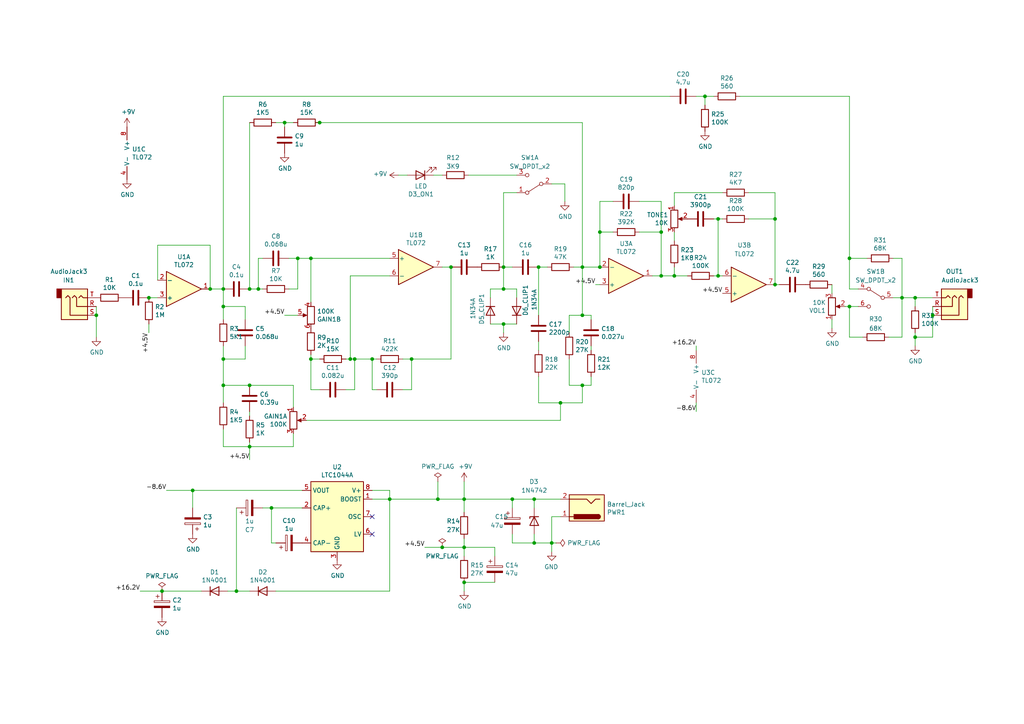
<source format=kicad_sch>
(kicad_sch (version 20211123) (generator eeschema)
  (paper "A4")
  (lib_symbols
    (symbol "Amplifier_Operational:TL072" (pin_names (offset 0.127))
      (property "Reference" "U" (at 0 5.08 0))
      (property "Value" "TL072" (at 0 -5.08 0))
      (symbol "TL072_1_1"
        (polyline (pts (xy -5.08 5.08) (xy 5.08 0) (xy -5.08 -5.08) (xy -5.08 5.08)) (stroke (width 0.254)) (fill (type background)))
        (pin output line (at 7.62 0 180) (length 2.54) (name "~") (number "1"))
        (pin input line (at -7.62 -2.54 0) (length 2.54) (name "-") (number "2"))
        (pin input line (at -7.62 2.54 0) (length 2.54) (name "+") (number "3"))
      )
      (symbol "TL072_2_1"
        (polyline (pts (xy -5.08 5.08) (xy 5.08 0) (xy -5.08 -5.08) (xy -5.08 5.08)) (stroke (width 0.254)) (fill (type background)))
        (pin input line (at -7.62 2.54 0) (length 2.54) (name "+") (number "5"))
        (pin input line (at -7.62 -2.54 0) (length 2.54) (name "-") (number "6"))
        (pin output line (at 7.62 0 180) (length 2.54) (name "~") (number "7"))
      )
      (symbol "TL072_3_1"
        (pin power_in line (at -2.54 -7.62 90) (length 3.81) (name "V-") (number "4"))
        (pin power_in line (at -2.54 7.62 270) (length 3.81) (name "V+") (number "8"))
      )
    )
    (symbol "Connector:AudioJack3"
      (property "Reference" "J" (at 0 8.89 0))
      (property "Value" "AudioJack3" (at 0 6.35 0))
      (symbol "AudioJack3_0_1"
        (rectangle (start -5.08 -5.08) (end -6.35 -2.54) (stroke (width 0.254)) (fill (type outline)))
        (polyline (pts (xy 0 -2.54) (xy 0.635 -3.175) (xy 1.27 -2.54) (xy 2.54 -2.54)) (stroke (width 0.254)))
        (polyline (pts (xy -1.905 -2.54) (xy -1.27 -3.175) (xy -0.635 -2.54) (xy -0.635 0) (xy 2.54 0)) (stroke (width 0.254)))
        (polyline (pts (xy 2.54 2.54) (xy -2.54 2.54) (xy -2.54 -2.54) (xy -3.175 -3.175) (xy -3.81 -2.54)) (stroke (width 0.254)))
        (rectangle (start 2.54 3.81) (end -5.08 -5.08) (stroke (width 0.254)) (fill (type background)))
      )
      (symbol "AudioJack3_1_1"
        (pin passive line (at 5.08 0 180) (length 2.54) (name "~") (number "R"))
        (pin passive line (at 5.08 2.54 180) (length 2.54) (name "~") (number "S"))
        (pin passive line (at 5.08 -2.54 180) (length 2.54) (name "~") (number "T"))
      )
    )
    (symbol "Connector:Barrel_Jack" (pin_names (offset 1.016))
      (property "Reference" "J" (at 0 5.334 0))
      (property "Value" "Barrel_Jack" (at 0 -5.08 0))
      (symbol "Barrel_Jack_0_1"
        (rectangle (start -5.08 3.81) (end 5.08 -3.81) (stroke (width 0.254)) (fill (type background)))
        (arc (start -3.302 3.175) (mid -3.937 2.54) (end -3.302 1.905) (stroke (width 0.254)))
        (arc (start -3.302 3.175) (mid -3.937 2.54) (end -3.302 1.905) (stroke (width 0.254)) (fill (type outline)))
        (polyline (pts (xy 5.08 2.54) (xy 3.81 2.54)) (stroke (width 0.254)))
        (polyline (pts (xy -3.81 -2.54) (xy -2.54 -2.54) (xy -1.27 -1.27) (xy 0 -2.54) (xy 2.54 -2.54) (xy 5.08 -2.54)) (stroke (width 0.254)))
        (rectangle (start 3.683 3.175) (end -3.302 1.905) (stroke (width 0.254)) (fill (type outline)))
      )
      (symbol "Barrel_Jack_1_1"
        (pin passive line (at 7.62 2.54 180) (length 2.54) (name "~") (number "1"))
        (pin passive line (at 7.62 -2.54 180) (length 2.54) (name "~") (number "2"))
      )
    )
    (symbol "Device:C" (pin_numbers hide) (pin_names (offset 0.254))
      (property "Reference" "C" (at 0.635 2.54 0))
      (property "Value" "C" (at 0.635 -2.54 0))
      (symbol "C_0_1"
        (polyline (pts (xy -2.032 -0.762) (xy 2.032 -0.762)) (stroke (width 0.508)))
        (polyline (pts (xy -2.032 0.762) (xy 2.032 0.762)) (stroke (width 0.508)))
      )
      (symbol "C_1_1"
        (pin passive line (at 0 3.81 270) (length 2.794) (name "~") (number "1"))
        (pin passive line (at 0 -3.81 90) (length 2.794) (name "~") (number "2"))
      )
    )
    (symbol "Device:D" (pin_numbers hide) (pin_names (offset 1.016) hide)
      (property "Reference" "D" (at 0 2.54 0))
      (property "Value" "D" (at 0 -2.54 0))
      (symbol "D_0_1"
        (polyline (pts (xy -1.27 1.27) (xy -1.27 -1.27)) (stroke (width 0.254)))
        (polyline (pts (xy 1.27 0) (xy -1.27 0)))
        (polyline (pts (xy 1.27 1.27) (xy 1.27 -1.27) (xy -1.27 0) (xy 1.27 1.27)) (stroke (width 0.254)))
      )
      (symbol "D_1_1"
        (pin passive line (at -3.81 0 0) (length 2.54) (name "K") (number "1"))
        (pin passive line (at 3.81 0 180) (length 2.54) (name "A") (number "2"))
      )
    )
    (symbol "Device:D_Zener" (pin_numbers hide) (pin_names (offset 1.016) hide)
      (property "Reference" "D" (at 0 2.54 0))
      (property "Value" "D_Zener" (at 0 -2.54 0))
      (symbol "D_Zener_0_1"
        (polyline (pts (xy 1.27 0) (xy -1.27 0)))
        (polyline (pts (xy -1.27 -1.27) (xy -1.27 1.27) (xy -0.762 1.27)) (stroke (width 0.254)))
        (polyline (pts (xy 1.27 -1.27) (xy 1.27 1.27) (xy -1.27 0) (xy 1.27 -1.27)) (stroke (width 0.254)))
      )
      (symbol "D_Zener_1_1"
        (pin passive line (at -3.81 0 0) (length 2.54) (name "K") (number "1"))
        (pin passive line (at 3.81 0 180) (length 2.54) (name "A") (number "2"))
      )
    )
    (symbol "Device:LED" (pin_numbers hide) (pin_names (offset 1.016) hide)
      (property "Reference" "D" (at 0 2.54 0))
      (property "Value" "LED" (at 0 -2.54 0))
      (symbol "LED_0_1"
        (polyline (pts (xy -1.27 -1.27) (xy -1.27 1.27)) (stroke (width 0.254)))
        (polyline (pts (xy -1.27 0) (xy 1.27 0)))
        (polyline (pts (xy 1.27 -1.27) (xy 1.27 1.27) (xy -1.27 0) (xy 1.27 -1.27)) (stroke (width 0.254)))
        (polyline (pts (xy -3.048 -0.762) (xy -4.572 -2.286) (xy -3.81 -2.286) (xy -4.572 -2.286) (xy -4.572 -1.524)))
        (polyline (pts (xy -1.778 -0.762) (xy -3.302 -2.286) (xy -2.54 -2.286) (xy -3.302 -2.286) (xy -3.302 -1.524)))
      )
      (symbol "LED_1_1"
        (pin passive line (at -3.81 0 0) (length 2.54) (name "K") (number "1"))
        (pin passive line (at 3.81 0 180) (length 2.54) (name "A") (number "2"))
      )
    )
    (symbol "Device:R" (pin_numbers hide) (pin_names (offset 0))
      (property "Reference" "R" (at 2.032 0 90))
      (property "Value" "R" (at 0 0 90))
      (symbol "R_0_1"
        (rectangle (start -1.016 -2.54) (end 1.016 2.54) (stroke (width 0.254)))
      )
      (symbol "R_1_1"
        (pin passive line (at 0 3.81 270) (length 1.27) (name "~") (number "1"))
        (pin passive line (at 0 -3.81 90) (length 1.27) (name "~") (number "2"))
      )
    )
    (symbol "Regulator_SwitchedCapacitor:LTC1044"
      (property "Reference" "U" (at -6.35 11.43 0))
      (property "Value" "LTC1044" (at 3.81 11.43 0))
      (symbol "LTC1044_0_1"
        (rectangle (start -7.62 10.16) (end 7.62 -10.16) (stroke (width 0.254)) (fill (type background)))
      )
      (symbol "LTC1044_1_1"
        (pin input line (at -10.16 5.08 0) (length 2.54) (name "BOOST") (number "1"))
        (pin input line (at 10.16 2.54 180) (length 2.54) (name "CAP+") (number "2"))
        (pin power_in line (at 0 -12.7 90) (length 2.54) (name "GND") (number "3"))
        (pin input line (at 10.16 -7.62 180) (length 2.54) (name "CAP-") (number "4"))
        (pin power_out line (at 10.16 7.62 180) (length 2.54) (name "VOUT") (number "5"))
        (pin input line (at -10.16 -5.08 0) (length 2.54) (name "LV") (number "6"))
        (pin input line (at -10.16 0 0) (length 2.54) (name "OSC") (number "7"))
        (pin power_in line (at -10.16 7.62 0) (length 2.54) (name "V+") (number "8"))
      )
    )
    (symbol "Switch:SW_DPDT_x2" (pin_names (offset 0) hide)
      (property "Reference" "SW" (at 0 4.318 0))
      (property "Value" "SW_DPDT_x2" (at 0 -5.08 0))
      (symbol "SW_DPDT_x2_0_0"
        (circle (center -2.032 0) (radius 0.508))
        (circle (center 2.032 -2.54) (radius 0.508))
      )
      (symbol "SW_DPDT_x2_0_1"
        (polyline (pts (xy -1.524 0.254) (xy 1.651 2.286)))
        (circle (center 2.032 2.54) (radius 0.508))
      )
      (symbol "SW_DPDT_x2_1_1"
        (pin passive line (at 5.08 2.54 180) (length 2.54) (name "A") (number "1"))
        (pin passive line (at -5.08 0 0) (length 2.54) (name "B") (number "2"))
        (pin passive line (at 5.08 -2.54 180) (length 2.54) (name "C") (number "3"))
      )
      (symbol "SW_DPDT_x2_2_1"
        (pin passive line (at 5.08 2.54 180) (length 2.54) (name "A") (number "4"))
        (pin passive line (at -5.08 0 0) (length 2.54) (name "B") (number "5"))
        (pin passive line (at 5.08 -2.54 180) (length 2.54) (name "C") (number "6"))
      )
    )
    (symbol "klon-rescue:CP-Device" (pin_numbers hide) (pin_names (offset 0.254))
      (property "Reference" "C" (at 0.635 2.54 0))
      (property "Value" "CP-Device" (at 0.635 -2.54 0))
      (symbol "CP-Device_0_1"
        (rectangle (start -2.286 0.508) (end 2.286 1.016))
        (polyline (pts (xy -1.778 2.286) (xy -0.762 2.286)))
        (polyline (pts (xy -1.27 2.794) (xy -1.27 1.778)))
        (rectangle (start 2.286 -0.508) (end -2.286 -1.016) (fill (type outline)))
      )
      (symbol "CP-Device_1_1"
        (pin passive line (at 0 3.81 270) (length 2.794) (name "~") (number "1"))
        (pin passive line (at 0 -3.81 90) (length 2.794) (name "~") (number "2"))
      )
    )
    (symbol "klon-rescue:R_POT-Device" (pin_names (offset 1.016) hide)
      (property "Reference" "RV" (at -4.445 0 90))
      (property "Value" "R_POT-Device" (at -2.54 0 90))
      (symbol "R_POT-Device_0_1"
        (polyline (pts (xy 2.54 0) (xy 1.524 0)))
        (polyline (pts (xy 1.143 0) (xy 2.286 0.508) (xy 2.286 -0.508) (xy 1.143 0)) (fill (type outline)))
        (rectangle (start 1.016 2.54) (end -1.016 -2.54) (stroke (width 0.254)))
      )
      (symbol "R_POT-Device_1_1"
        (pin passive line (at 0 3.81 270) (length 1.27) (name "1") (number "1"))
        (pin passive line (at 3.81 0 180) (length 1.27) (name "2") (number "2"))
        (pin passive line (at 0 -3.81 90) (length 1.27) (name "3") (number "3"))
      )
    )
    (symbol "klon-rescue:R_POT_Dual_Separate-Device" (pin_names (offset 1.016) hide)
      (property "Reference" "RV" (at -4.445 0 90))
      (property "Value" "R_POT_Dual_Separate-Device" (at -2.54 0 90))
      (symbol "R_POT_Dual_Separate-Device_0_1"
        (polyline (pts (xy 2.54 0) (xy 1.524 0)))
        (polyline (pts (xy 1.143 0) (xy 2.286 0.508) (xy 2.286 -0.508) (xy 1.143 0)) (fill (type outline)))
        (rectangle (start 1.016 2.54) (end -1.016 -2.54) (stroke (width 0.254)))
      )
      (symbol "R_POT_Dual_Separate-Device_1_1"
        (pin passive line (at 0 3.81 270) (length 1.27) (name "1") (number "1"))
        (pin passive line (at 3.81 0 180) (length 1.27) (name "2") (number "2"))
        (pin passive line (at 0 -3.81 90) (length 1.27) (name "3") (number "3"))
      )
      (symbol "R_POT_Dual_Separate-Device_2_1"
        (pin passive line (at 0 3.81 270) (length 1.27) (name "4") (number "4"))
        (pin passive line (at 3.81 0 180) (length 1.27) (name "5") (number "5"))
        (pin passive line (at 0 -3.81 90) (length 1.27) (name "6") (number "6"))
      )
    )
    (symbol "power:+9V" (power) (pin_names (offset 0))
      (property "Value" "+9V" (at 0 3.556 0))
      (symbol "+9V_0_1"
        (polyline (pts (xy -0.762 1.27) (xy 0 2.54)))
        (polyline (pts (xy 0 0) (xy 0 2.54)))
        (polyline (pts (xy 0 2.54) (xy 0.762 1.27)))
      )
      (symbol "+9V_1_1"
        (pin power_in line (at 0 0 90) (length 0) hide (name "+9V") (number "1"))
      )
    )
    (symbol "power:GND" (power) (pin_names (offset 0))
      (property "Value" "GND" (at 0 -3.81 0))
      (symbol "GND_0_1"
        (polyline (pts (xy 0 0) (xy 0 -1.27) (xy 1.27 -1.27) (xy 0 -2.54) (xy -1.27 -1.27) (xy 0 -1.27)))
      )
      (symbol "GND_1_1"
        (pin power_in line (at 0 0 270) (length 0) hide (name "GND") (number "1"))
      )
    )
    (symbol "power:PWR_FLAG" (power) (pin_numbers hide) (pin_names (offset 0) hide)
      (property "Value" "PWR_FLAG" (at 0 3.81 0))
      (symbol "PWR_FLAG_0_0"
        (pin power_out line (at 0 0 90) (length 0) (name "pwr") (number "1"))
      )
      (symbol "PWR_FLAG_0_1"
        (polyline (pts (xy 0 0) (xy 0 1.27) (xy -1.016 1.905) (xy 0 2.54) (xy 1.016 1.905) (xy 0 1.27)))
      )
    )
  )
  (junction (at 130.81 77.47))
  (junction (at 208.28 80.01))
  (junction (at 127 144.78))
  (junction (at 154.94 157.48))
  (junction (at 72.39 129.54))
  (junction (at 270.51 91.44))
  (junction (at 68.58 171.45))
  (junction (at 246.38 74.93))
  (junction (at 64.77 88.9))
  (junction (at 195.58 80.01))
  (junction (at 208.28 63.5))
  (junction (at 128.27 158.75))
  (junction (at 146.05 77.47))
  (junction (at 43.18 86.36))
  (junction (at 224.79 63.5))
  (junction (at 191.77 80.01))
  (junction (at 191.77 67.31))
  (junction (at 113.03 144.78))
  (junction (at 27.94 91.44))
  (junction (at 173.99 77.47))
  (junction (at 134.62 144.78))
  (junction (at 160.02 157.48))
  (junction (at 64.77 83.82))
  (junction (at 246.38 88.9))
  (junction (at 146.05 93.98))
  (junction (at 86.36 74.93))
  (junction (at 134.62 158.75))
  (junction (at 168.91 111.76))
  (junction (at 64.77 104.14))
  (junction (at 261.62 86.36))
  (junction (at 64.77 111.76))
  (junction (at 204.47 27.94))
  (junction (at 265.43 97.79))
  (junction (at 173.99 67.31))
  (junction (at 265.43 86.36))
  (junction (at 146.05 83.82))
  (junction (at 78.74 147.32))
  (junction (at 119.38 104.14))
  (junction (at 72.39 83.82))
  (junction (at 82.55 35.56))
  (junction (at 72.39 111.76))
  (junction (at 168.91 91.44))
  (junction (at 168.91 77.47))
  (junction (at 46.99 171.45))
  (junction (at 134.62 168.91))
  (junction (at 55.88 142.24))
  (junction (at 148.59 144.78))
  (junction (at 60.96 83.82))
  (junction (at 224.79 82.55))
  (junction (at 92.71 35.56))
  (junction (at 156.21 77.47))
  (junction (at 74.93 83.82))
  (junction (at 90.17 74.93))
  (junction (at 102.87 104.14))
  (junction (at 101.6 104.14))
  (junction (at 162.56 116.84))
  (junction (at 90.17 104.14))
  (junction (at 107.95 104.14))
  (junction (at 154.94 144.78))
  (no_connect (at 107.95 154.94))
  (no_connect (at 107.95 149.86))
  (wire (pts (xy 265.43 86.36) (xy 265.43 88.9)))
  (wire (pts (xy 72.39 83.82) (xy 74.93 83.82)))
  (wire (pts (xy 148.59 77.47) (xy 146.05 77.47)))
  (wire (pts (xy 168.91 116.84) (xy 168.91 111.76)))
  (wire (pts (xy 246.38 83.82) (xy 248.92 83.82)))
  (wire (pts (xy 45.72 71.12) (xy 60.96 71.12)))
  (wire (pts (xy 100.33 104.14) (xy 101.6 104.14)))
  (wire (pts (xy 64.77 88.9) (xy 71.12 88.9)))
  (wire (pts (xy 146.05 83.82) (xy 146.05 77.47)))
  (wire (pts (xy 83.82 83.82) (xy 86.36 83.82)))
  (wire (pts (xy 64.77 92.71) (xy 64.77 88.9)))
  (wire (pts (xy 149.86 83.82) (xy 149.86 86.36)))
  (wire (pts (xy 134.62 144.78) (xy 148.59 144.78)))
  (wire (pts (xy 165.1 96.52) (xy 165.1 91.44)))
  (wire (pts (xy 246.38 27.94) (xy 214.63 27.94)))
  (wire (pts (xy 86.36 83.82) (xy 86.36 74.93)))
  (wire (pts (xy 165.1 111.76) (xy 168.91 111.76)))
  (wire (pts (xy 134.62 139.7) (xy 134.62 144.78)))
  (wire (pts (xy 82.55 35.56) (xy 82.55 36.83)))
  (wire (pts (xy 148.59 144.78) (xy 148.59 147.32)))
  (wire (pts (xy 90.17 104.14) (xy 92.71 104.14)))
  (wire (pts (xy 173.99 77.47) (xy 173.99 67.31)))
  (wire (pts (xy 156.21 101.6) (xy 156.21 99.06)))
  (wire (pts (xy 162.56 116.84) (xy 162.56 121.92)))
  (wire (pts (xy 162.56 116.84) (xy 168.91 116.84)))
  (wire (pts (xy 251.46 74.93) (xy 246.38 74.93)))
  (wire (pts (xy 107.95 144.78) (xy 113.03 144.78)))
  (wire (pts (xy 173.99 77.47) (xy 168.91 77.47)))
  (wire (pts (xy 217.17 55.88) (xy 224.79 55.88)))
  (wire (pts (xy 71.12 88.9) (xy 71.12 92.71)))
  (wire (pts (xy 201.93 119.38) (xy 201.93 116.84)))
  (wire (pts (xy 208.28 80.01) (xy 207.01 80.01)))
  (wire (pts (xy 107.95 113.03) (xy 107.95 104.14)))
  (wire (pts (xy 194.31 27.94) (xy 64.77 27.94)))
  (wire (pts (xy 154.94 154.94) (xy 154.94 157.48)))
  (wire (pts (xy 204.47 27.94) (xy 207.01 27.94)))
  (wire (pts (xy 123.19 158.75) (xy 128.27 158.75)))
  (wire (pts (xy 226.06 82.55) (xy 224.79 82.55)))
  (wire (pts (xy 82.55 35.56) (xy 85.09 35.56)))
  (wire (pts (xy 128.27 50.8) (xy 125.73 50.8)))
  (wire (pts (xy 64.77 124.46) (xy 64.77 129.54)))
  (wire (pts (xy 72.39 129.54) (xy 72.39 128.27)))
  (wire (pts (xy 191.77 80.01) (xy 195.58 80.01)))
  (wire (pts (xy 64.77 83.82) (xy 64.77 88.9)))
  (wire (pts (xy 86.36 74.93) (xy 83.82 74.93)))
  (wire (pts (xy 261.62 74.93) (xy 259.08 74.93)))
  (wire (pts (xy 207.01 63.5) (xy 208.28 63.5)))
  (wire (pts (xy 64.77 111.76) (xy 64.77 116.84)))
  (wire (pts (xy 241.3 85.09) (xy 241.3 82.55)))
  (wire (pts (xy 109.22 104.14) (xy 107.95 104.14)))
  (wire (pts (xy 156.21 77.47) (xy 156.21 91.44)))
  (wire (pts (xy 195.58 69.85) (xy 195.58 67.31)))
  (wire (pts (xy 246.38 88.9) (xy 245.11 88.9)))
  (wire (pts (xy 43.18 86.36) (xy 45.72 86.36)))
  (wire (pts (xy 113.03 144.78) (xy 127 144.78)))
  (wire (pts (xy 195.58 55.88) (xy 209.55 55.88)))
  (wire (pts (xy 265.43 96.52) (xy 265.43 97.79)))
  (wire (pts (xy 191.77 80.01) (xy 189.23 80.01)))
  (wire (pts (xy 48.26 142.24) (xy 55.88 142.24)))
  (wire (pts (xy 116.84 104.14) (xy 119.38 104.14)))
  (wire (pts (xy 142.24 86.36) (xy 142.24 83.82)))
  (wire (pts (xy 168.91 77.47) (xy 168.91 91.44)))
  (wire (pts (xy 154.94 144.78) (xy 148.59 144.78)))
  (wire (pts (xy 160.02 149.86) (xy 162.56 149.86)))
  (wire (pts (xy 165.1 91.44) (xy 168.91 91.44)))
  (wire (pts (xy 143.51 168.91) (xy 134.62 168.91)))
  (wire (pts (xy 119.38 113.03) (xy 116.84 113.03)))
  (wire (pts (xy 101.6 80.01) (xy 113.03 80.01)))
  (wire (pts (xy 146.05 96.52) (xy 146.05 93.98)))
  (wire (pts (xy 60.96 83.82) (xy 64.77 83.82)))
  (wire (pts (xy 148.59 154.94) (xy 148.59 157.48)))
  (wire (pts (xy 130.81 77.47) (xy 130.81 104.14)))
  (wire (pts (xy 201.93 100.33) (xy 201.93 101.6)))
  (wire (pts (xy 160.02 157.48) (xy 160.02 149.86)))
  (wire (pts (xy 90.17 113.03) (xy 92.71 113.03)))
  (wire (pts (xy 109.22 113.03) (xy 107.95 113.03)))
  (wire (pts (xy 128.27 158.75) (xy 134.62 158.75)))
  (wire (pts (xy 102.87 104.14) (xy 102.87 113.03)))
  (wire (pts (xy 68.58 171.45) (xy 72.39 171.45)))
  (wire (pts (xy 208.28 63.5) (xy 208.28 80.01)))
  (wire (pts (xy 27.94 91.44) (xy 27.94 88.9)))
  (wire (pts (xy 76.2 147.32) (xy 78.74 147.32)))
  (wire (pts (xy 134.62 171.45) (xy 134.62 168.91)))
  (wire (pts (xy 68.58 147.32) (xy 68.58 171.45)))
  (wire (pts (xy 92.71 35.56) (xy 168.91 35.56)))
  (wire (pts (xy 134.62 148.59) (xy 134.62 144.78)))
  (wire (pts (xy 64.77 104.14) (xy 64.77 111.76)))
  (wire (pts (xy 113.03 171.45) (xy 80.01 171.45)))
  (wire (pts (xy 113.03 142.24) (xy 113.03 144.78)))
  (wire (pts (xy 142.24 83.82) (xy 146.05 83.82)))
  (wire (pts (xy 87.63 142.24) (xy 55.88 142.24)))
  (wire (pts (xy 74.93 74.93) (xy 74.93 83.82)))
  (wire (pts (xy 130.81 77.47) (xy 128.27 77.47)))
  (wire (pts (xy 127 144.78) (xy 134.62 144.78)))
  (wire (pts (xy 250.19 97.79) (xy 246.38 97.79)))
  (wire (pts (xy 156.21 109.22) (xy 156.21 116.84)))
  (wire (pts (xy 146.05 55.88) (xy 146.05 77.47)))
  (wire (pts (xy 134.62 158.75) (xy 134.62 161.29)))
  (wire (pts (xy 82.55 91.44) (xy 86.36 91.44)))
  (wire (pts (xy 224.79 63.5) (xy 224.79 82.55)))
  (wire (pts (xy 64.77 100.33) (xy 64.77 104.14)))
  (wire (pts (xy 241.3 95.25) (xy 241.3 92.71)))
  (wire (pts (xy 163.83 53.34) (xy 160.02 53.34)))
  (wire (pts (xy 165.1 104.14) (xy 165.1 111.76)))
  (wire (pts (xy 55.88 142.24) (xy 55.88 147.32)))
  (wire (pts (xy 191.77 58.42) (xy 191.77 67.31)))
  (wire (pts (xy 156.21 116.84) (xy 162.56 116.84)))
  (wire (pts (xy 115.57 50.8) (xy 118.11 50.8)))
  (wire (pts (xy 246.38 27.94) (xy 246.38 74.93)))
  (wire (pts (xy 66.04 171.45) (xy 68.58 171.45)))
  (wire (pts (xy 85.09 125.73) (xy 85.09 129.54)))
  (wire (pts (xy 154.94 147.32) (xy 154.94 144.78)))
  (wire (pts (xy 72.39 35.56) (xy 72.39 83.82)))
  (wire (pts (xy 72.39 111.76) (xy 85.09 111.76)))
  (wire (pts (xy 100.33 113.03) (xy 102.87 113.03)))
  (wire (pts (xy 185.42 67.31) (xy 191.77 67.31)))
  (wire (pts (xy 161.29 157.48) (xy 160.02 157.48)))
  (wire (pts (xy 171.45 91.44) (xy 171.45 92.71)))
  (wire (pts (xy 168.91 91.44) (xy 171.45 91.44)))
  (wire (pts (xy 101.6 104.14) (xy 102.87 104.14)))
  (wire (pts (xy 261.62 86.36) (xy 259.08 86.36)))
  (wire (pts (xy 85.09 129.54) (xy 72.39 129.54)))
  (wire (pts (xy 45.72 81.28) (xy 45.72 71.12)))
  (wire (pts (xy 127 139.7) (xy 127 144.78)))
  (wire (pts (xy 88.9 121.92) (xy 162.56 121.92)))
  (wire (pts (xy 246.38 88.9) (xy 246.38 97.79)))
  (wire (pts (xy 146.05 93.98) (xy 149.86 93.98)))
  (wire (pts (xy 72.39 111.76) (xy 64.77 111.76)))
  (wire (pts (xy 90.17 102.87) (xy 90.17 104.14)))
  (wire (pts (xy 80.01 35.56) (xy 82.55 35.56)))
  (wire (pts (xy 168.91 111.76) (xy 171.45 111.76)))
  (wire (pts (xy 90.17 74.93) (xy 113.03 74.93)))
  (wire (pts (xy 85.09 111.76) (xy 85.09 118.11)))
  (wire (pts (xy 64.77 129.54) (xy 72.39 129.54)))
  (wire (pts (xy 146.05 55.88) (xy 149.86 55.88)))
  (wire (pts (xy 158.75 77.47) (xy 156.21 77.47)))
  (wire (pts (xy 166.37 77.47) (xy 168.91 77.47)))
  (wire (pts (xy 143.51 158.75) (xy 134.62 158.75)))
  (wire (pts (xy 146.05 83.82) (xy 149.86 83.82)))
  (wire (pts (xy 195.58 80.01) (xy 199.39 80.01)))
  (wire (pts (xy 113.03 144.78) (xy 113.03 171.45)))
  (wire (pts (xy 40.64 171.45) (xy 46.99 171.45)))
  (wire (pts (xy 27.94 97.79) (xy 27.94 91.44)))
  (wire (pts (xy 101.6 80.01) (xy 101.6 104.14)))
  (wire (pts (xy 43.18 96.52) (xy 43.18 93.98)))
  (wire (pts (xy 217.17 63.5) (xy 224.79 63.5)))
  (wire (pts (xy 171.45 100.33) (xy 171.45 101.6)))
  (wire (pts (xy 162.56 144.78) (xy 154.94 144.78)))
  (wire (pts (xy 173.99 82.55) (xy 172.72 82.55)))
  (wire (pts (xy 185.42 58.42) (xy 191.77 58.42)))
  (wire (pts (xy 195.58 77.47) (xy 195.58 80.01)))
  (wire (pts (xy 208.28 63.5) (xy 209.55 63.5)))
  (wire (pts (xy 72.39 133.35) (xy 72.39 129.54)))
  (wire (pts (xy 171.45 111.76) (xy 171.45 109.22)))
  (wire (pts (xy 204.47 27.94) (xy 204.47 30.48)))
  (wire (pts (xy 143.51 161.29) (xy 143.51 158.75)))
  (wire (pts (xy 107.95 142.24) (xy 113.03 142.24)))
  (wire (pts (xy 102.87 104.14) (xy 107.95 104.14)))
  (wire (pts (xy 201.93 27.94) (xy 204.47 27.94)))
  (wire (pts (xy 90.17 74.93) (xy 90.17 87.63)))
  (wire (pts (xy 74.93 83.82) (xy 76.2 83.82)))
  (wire (pts (xy 160.02 157.48) (xy 154.94 157.48)))
  (wire (pts (xy 270.51 88.9) (xy 270.51 91.44)))
  (wire (pts (xy 173.99 58.42) (xy 173.99 67.31)))
  (wire (pts (xy 163.83 53.34) (xy 163.83 58.42)))
  (wire (pts (xy 246.38 74.93) (xy 246.38 83.82)))
  (wire (pts (xy 261.62 86.36) (xy 261.62 97.79)))
  (wire (pts (xy 119.38 104.14) (xy 130.81 104.14)))
  (wire (pts (xy 173.99 67.31) (xy 177.8 67.31)))
  (wire (pts (xy 191.77 67.31) (xy 191.77 80.01)))
  (wire (pts (xy 168.91 35.56) (xy 168.91 77.47)))
  (wire (pts (xy 46.99 171.45) (xy 58.42 171.45)))
  (wire (pts (xy 60.96 71.12) (xy 60.96 83.82)))
  (wire (pts (xy 135.89 50.8) (xy 149.86 50.8)))
  (wire (pts (xy 160.02 157.48) (xy 160.02 160.02)))
  (wire (pts (xy 265.43 86.36) (xy 270.51 86.36)))
  (wire (pts (xy 261.62 86.36) (xy 265.43 86.36)))
  (wire (pts (xy 76.2 74.93) (xy 74.93 74.93)))
  (wire (pts (xy 257.81 97.79) (xy 261.62 97.79)))
  (wire (pts (xy 195.58 59.69) (xy 195.58 55.88)))
  (wire (pts (xy 119.38 104.14) (xy 119.38 113.03)))
  (wire (pts (xy 265.43 97.79) (xy 270.51 97.79)))
  (wire (pts (xy 270.51 91.44) (xy 270.51 97.79)))
  (wire (pts (xy 72.39 120.65) (xy 72.39 119.38)))
  (wire (pts (xy 154.94 157.48) (xy 148.59 157.48)))
  (wire (pts (xy 208.28 80.01) (xy 209.55 80.01)))
  (wire (pts (xy 64.77 104.14) (xy 71.12 104.14)))
  (wire (pts (xy 261.62 74.93) (xy 261.62 86.36)))
  (wire (pts (xy 64.77 27.94) (xy 64.77 83.82)))
  (wire (pts (xy 248.92 88.9) (xy 246.38 88.9)))
  (wire (pts (xy 78.74 157.48) (xy 78.74 147.32)))
  (wire (pts (xy 91.44 35.56) (xy 92.71 35.56)))
  (wire (pts (xy 265.43 97.79) (xy 265.43 100.33)))
  (wire (pts (xy 134.62 158.75) (xy 134.62 156.21)))
  (wire (pts (xy 224.79 55.88) (xy 224.79 63.5)))
  (wire (pts (xy 80.01 157.48) (xy 78.74 157.48)))
  (wire (pts (xy 71.12 104.14) (xy 71.12 100.33)))
  (wire (pts (xy 90.17 104.14) (xy 90.17 113.03)))
  (wire (pts (xy 177.8 58.42) (xy 173.99 58.42)))
  (wire (pts (xy 78.74 147.32) (xy 87.63 147.32)))
  (wire (pts (xy 142.24 93.98) (xy 146.05 93.98)))
  (wire (pts (xy 86.36 74.93) (xy 90.17 74.93)))
  (label "+16.2V" (at 40.64 171.45 180))
  (label "+4.5V" (at 209.55 85.09 180))
  (label "+4.5V" (at 82.55 91.44 180))
  (label "+16.2V" (at 201.93 100.33 180))
  (label "+4.5V" (at 43.18 96.52 270))
  (label "+4.5V" (at 72.39 133.35 180))
  (label "-8.6V" (at 48.26 142.24 180))
  (label "-8.6V" (at 201.93 119.38 180))
  (label "+4.5V" (at 172.72 82.55 180))
  (label "+4.5V" (at 123.19 158.75 180))
  (symbol (lib_id "Device:R") (at 31.75 86.36 270) (unit 1)
    (property "Reference" "R1" (at 31.75 81.1022 90))
    (property "Value" "10K" (at 31.75 83.4136 90))
    (property "Footprint" "Resistor_SMD:R_0805_2012Metric" (effects hide))
  )
  (symbol (lib_id "Device:C") (at 39.37 86.36 270) (unit 1)
    (property "Reference" "C1" (at 39.37 79.9592 90))
    (property "Value" "0.1u" (at 39.37 82.2706 90))
    (property "Footprint" "Capacitor_THT:C_Rect_L7.0mm_W2.0mm_P5.00mm" (effects hide))
  )
  (symbol (lib_id "Device:R") (at 43.18 90.17 0) (unit 1)
    (property "Reference" "R2" (at 44.958 89.0016 0) (effects (justify left)))
    (property "Value" "1M" (at 44.958 91.313 0) (effects (justify left)))
    (property "Footprint" "Resistor_SMD:R_0805_2012Metric" (effects hide))
  )
  (symbol (lib_id "Amplifier_Operational:TL072") (at 53.34 83.82 0) (mirror x) (unit 1)
    (property "Reference" "U1" (at 53.34 74.4982 0))
    (property "Value" "TL072" (at 53.34 76.8096 0))
    (property "Footprint" "Package_SO:SOIC-8-1EP_3.9x4.9mm_P1.27mm_EP2.29x3mm" (effects hide))
    (property "Datasheet" "http://www.ti.com/lit/ds/symlink/tl071.pdf" (effects hide))
  )
  (symbol (lib_id "Amplifier_Operational:TL072") (at 120.65 77.47 0) (unit 2)
    (property "Reference" "U1" (at 120.65 68.1482 0))
    (property "Value" "TL072" (at 120.65 70.4596 0))
    (property "Footprint" "Package_SO:SOIC-8-1EP_3.9x4.9mm_P1.27mm_EP2.29x3mm" (effects hide))
    (property "Datasheet" "http://www.ti.com/lit/ds/symlink/tl071.pdf" (effects hide))
  )
  (symbol (lib_id "Amplifier_Operational:TL072") (at 39.37 44.45 0) (unit 3)
    (property "Reference" "U1" (at 38.3032 43.2816 0) (effects (justify left)))
    (property "Value" "TL072" (at 38.3032 45.593 0) (effects (justify left)))
    (property "Footprint" "Package_SO:SOIC-8-1EP_3.9x4.9mm_P1.27mm_EP2.29x3mm" (effects hide))
    (property "Datasheet" "http://www.ti.com/lit/ds/symlink/tl071.pdf" (effects hide))
  )
  (symbol (lib_id "Device:C") (at 68.58 83.82 270) (unit 1)
    (property "Reference" "C4" (at 68.58 77.4192 90))
    (property "Value" "0.1u" (at 68.58 79.7306 90))
    (property "Footprint" "Capacitor_THT:C_Rect_L7.0mm_W2.0mm_P5.00mm" (effects hide))
  )
  (symbol (lib_id "Device:R") (at 64.77 96.52 0) (unit 1)
    (property "Reference" "R3" (at 66.548 95.3516 0) (effects (justify left)))
    (property "Value" "5K1" (at 66.548 97.663 0) (effects (justify left)))
    (property "Footprint" "Resistor_SMD:R_0805_2012Metric" (effects hide))
  )
  (symbol (lib_id "Device:C") (at 71.12 96.52 0) (unit 1)
    (property "Reference" "C5" (at 74.041 95.3516 0) (effects (justify left)))
    (property "Value" "0.068u" (at 74.041 97.663 0) (effects (justify left)))
    (property "Footprint" "Capacitor_THT:C_Rect_L7.0mm_W2.0mm_P5.00mm" (effects hide))
  )
  (symbol (lib_id "Device:R") (at 80.01 83.82 270) (unit 1)
    (property "Reference" "R7" (at 80.01 78.5622 90))
    (property "Value" "10K" (at 80.01 80.8736 90))
    (property "Footprint" "Resistor_SMD:R_0805_2012Metric" (effects hide))
  )
  (symbol (lib_id "Device:C") (at 80.01 74.93 270) (unit 1)
    (property "Reference" "C8" (at 80.01 68.5292 90))
    (property "Value" "0.068u" (at 80.01 70.8406 90))
    (property "Footprint" "Capacitor_THT:C_Rect_L7.0mm_W2.0mm_P5.00mm" (effects hide))
  )
  (symbol (lib_id "klon-rescue:R_POT_Dual_Separate-Device") (at 90.17 91.44 0) (mirror y) (unit 2)
    (property "Reference" "GAIN1" (at 91.948 92.6084 0) (effects (justify right)))
    (property "Value" "100K" (at 91.948 90.297 0) (effects (justify right)))
    (property "Footprint" "Connector_PinHeader_2.54mm:PinHeader_2x03_P2.54mm_Vertical" (effects hide))
  )
  (symbol (lib_id "klon-rescue:R_POT_Dual_Separate-Device") (at 85.09 121.92 0) (unit 1)
    (property "Reference" "GAIN1" (at 83.3374 120.7516 0) (effects (justify right)))
    (property "Value" "100K" (at 83.3374 123.063 0) (effects (justify right)))
    (property "Footprint" "Connector_PinHeader_2.54mm:PinHeader_2x03_P2.54mm_Vertical" (effects hide))
  )
  (symbol (lib_id "Device:R") (at 90.17 99.06 0) (unit 1)
    (property "Reference" "R9" (at 91.948 97.8916 0) (effects (justify left)))
    (property "Value" "2K" (at 91.948 100.203 0) (effects (justify left)))
    (property "Footprint" "Resistor_SMD:R_0805_2012Metric" (effects hide))
  )
  (symbol (lib_id "Device:R") (at 96.52 104.14 270) (unit 1)
    (property "Reference" "R10" (at 96.52 98.8822 90))
    (property "Value" "15K" (at 96.52 101.1936 90))
    (property "Footprint" "Resistor_SMD:R_0805_2012Metric" (effects hide))
  )
  (symbol (lib_id "Device:C") (at 96.52 113.03 270) (unit 1)
    (property "Reference" "C11" (at 96.52 106.6292 90))
    (property "Value" "0.082u" (at 96.52 108.9406 90))
    (property "Footprint" "Capacitor_THT:C_Rect_L7.0mm_W2.0mm_P5.00mm" (effects hide))
  )
  (symbol (lib_id "Device:R") (at 113.03 104.14 270) (unit 1)
    (property "Reference" "R11" (at 113.03 98.8822 90))
    (property "Value" "422K" (at 113.03 101.1936 90))
    (property "Footprint" "Resistor_SMD:R_0805_2012Metric" (effects hide))
  )
  (symbol (lib_id "Device:C") (at 113.03 113.03 270) (unit 1)
    (property "Reference" "C12" (at 113.03 106.6292 90))
    (property "Value" "390p" (at 113.03 108.9406 90))
    (property "Footprint" "Capacitor_THT:C_Rect_L7.0mm_W4.5mm_P5.00mm" (effects hide))
  )
  (symbol (lib_id "Device:R") (at 64.77 120.65 0) (unit 1)
    (property "Reference" "R4" (at 66.548 119.4816 0) (effects (justify left)))
    (property "Value" "1K5" (at 66.548 121.793 0) (effects (justify left)))
    (property "Footprint" "Resistor_SMD:R_0805_2012Metric" (effects hide))
  )
  (symbol (lib_id "Device:C") (at 72.39 115.57 180) (unit 1)
    (property "Reference" "C6" (at 75.311 114.4016 0) (effects (justify right)))
    (property "Value" "0.39u" (at 75.311 116.713 0) (effects (justify right)))
    (property "Footprint" "Capacitor_THT:C_Rect_L7.0mm_W4.5mm_P5.00mm" (effects hide))
  )
  (symbol (lib_id "Device:R") (at 72.39 124.46 0) (unit 1)
    (property "Reference" "R5" (at 74.168 123.2916 0) (effects (justify left)))
    (property "Value" "1K" (at 74.168 125.603 0) (effects (justify left)))
    (property "Footprint" "Resistor_SMD:R_0805_2012Metric" (effects hide))
  )
  (symbol (lib_id "Device:R") (at 142.24 77.47 270) (unit 1)
    (property "Reference" "R17" (at 142.24 72.2122 90))
    (property "Value" "1K" (at 142.24 74.5236 90))
    (property "Footprint" "Resistor_SMD:R_0805_2012Metric" (effects hide))
  )
  (symbol (lib_id "Device:D") (at 142.24 90.17 270) (unit 1)
    (property "Reference" "D5_CLIP1" (at 139.7 85.09 0) (effects (justify left)))
    (property "Value" "1N34A" (at 137.16 86.36 0) (effects (justify left)))
    (property "Footprint" "Diode_THT:D_DO-15_P15.24mm_Horizontal" (effects hide))
  )
  (symbol (lib_id "Device:D") (at 149.86 90.17 90) (unit 1)
    (property "Reference" "D6_CLIP1" (at 152.4 82.55 0) (effects (justify right)))
    (property "Value" "1N34A" (at 154.94 83.82 0) (effects (justify right)))
    (property "Footprint" "Diode_THT:D_DO-15_P15.24mm_Horizontal" (effects hide))
  )
  (symbol (lib_id "power:GND") (at 146.05 96.52 0) (unit 1)
    (property "Reference" "#PWR011" (effects hide))
    (property "Value" "GND" (at 146.177 100.9142 0))
  )
  (symbol (lib_id "Device:C") (at 156.21 95.25 0) (unit 1)
    (property "Reference" "C17" (at 159.131 94.0816 0) (effects (justify left)))
    (property "Value" "2200p" (at 159.131 96.393 0) (effects (justify left)))
    (property "Footprint" "Capacitor_THT:C_Rect_L7.0mm_W2.0mm_P5.00mm" (effects hide))
  )
  (symbol (lib_id "Device:R") (at 156.21 105.41 0) (unit 1)
    (property "Reference" "R18" (at 157.988 104.2416 0) (effects (justify left)))
    (property "Value" "22K" (at 157.988 106.553 0) (effects (justify left)))
    (property "Footprint" "Resistor_SMD:R_0805_2012Metric" (effects hide))
  )
  (symbol (lib_id "Device:R") (at 165.1 100.33 0) (unit 1)
    (property "Reference" "R20" (at 166.878 99.1616 0) (effects (justify left)))
    (property "Value" "27K" (at 166.878 101.473 0) (effects (justify left)))
    (property "Footprint" "Resistor_SMD:R_0805_2012Metric" (effects hide))
  )
  (symbol (lib_id "Device:R") (at 171.45 105.41 0) (unit 1)
    (property "Reference" "R21" (at 173.228 104.2416 0) (effects (justify left)))
    (property "Value" "12K" (at 173.228 106.553 0) (effects (justify left)))
    (property "Footprint" "Resistor_SMD:R_0805_2012Metric" (effects hide))
  )
  (symbol (lib_id "Device:C") (at 171.45 96.52 0) (unit 1)
    (property "Reference" "C18" (at 174.371 95.3516 0) (effects (justify left)))
    (property "Value" "0.027u" (at 174.371 97.663 0) (effects (justify left)))
    (property "Footprint" "Capacitor_THT:C_Rect_L7.0mm_W2.0mm_P5.00mm" (effects hide))
  )
  (symbol (lib_id "Device:R") (at 162.56 77.47 270) (unit 1)
    (property "Reference" "R19" (at 162.56 72.2122 90))
    (property "Value" "47K" (at 162.56 74.5236 90))
    (property "Footprint" "Resistor_SMD:R_0805_2012Metric" (effects hide))
  )
  (symbol (lib_id "Device:R") (at 76.2 35.56 270) (unit 1)
    (property "Reference" "R6" (at 76.2 30.3022 90))
    (property "Value" "1K5" (at 76.2 32.6136 90))
    (property "Footprint" "Resistor_SMD:R_0805_2012Metric" (effects hide))
  )
  (symbol (lib_id "Device:R") (at 88.9 35.56 270) (unit 1)
    (property "Reference" "R8" (at 88.9 30.3022 90))
    (property "Value" "15K" (at 88.9 32.6136 90))
    (property "Footprint" "Resistor_SMD:R_0805_2012Metric" (effects hide))
  )
  (symbol (lib_id "power:GND") (at 82.55 44.45 0) (unit 1)
    (property "Reference" "#PWR06" (effects hide))
    (property "Value" "GND" (at 82.677 48.8442 0))
  )
  (symbol (lib_id "Amplifier_Operational:TL072") (at 181.61 80.01 0) (mirror x) (unit 1)
    (property "Reference" "U3" (at 181.61 70.6882 0))
    (property "Value" "TL072" (at 181.61 72.9996 0))
    (property "Footprint" "Package_SO:SOIC-8-1EP_3.9x4.9mm_P1.27mm_EP2.29x3mm" (effects hide))
    (property "Datasheet" "http://www.ti.com/lit/ds/symlink/tl071.pdf" (effects hide))
  )
  (symbol (lib_id "Amplifier_Operational:TL072") (at 217.17 82.55 0) (mirror x) (unit 2)
    (property "Reference" "U3" (at 215.9 71.12 0))
    (property "Value" "TL072" (at 215.9 73.66 0))
    (property "Footprint" "Package_SO:SOIC-8-1EP_3.9x4.9mm_P1.27mm_EP2.29x3mm" (effects hide))
    (property "Datasheet" "http://www.ti.com/lit/ds/symlink/tl071.pdf" (effects hide))
  )
  (symbol (lib_id "Amplifier_Operational:TL072") (at 204.47 109.22 0) (unit 3)
    (property "Reference" "U3" (at 203.4032 108.0516 0) (effects (justify left)))
    (property "Value" "TL072" (at 203.4032 110.363 0) (effects (justify left)))
    (property "Footprint" "Package_SO:SOIC-8-1EP_3.9x4.9mm_P1.27mm_EP2.29x3mm" (effects hide))
    (property "Datasheet" "http://www.ti.com/lit/ds/symlink/tl071.pdf" (effects hide))
  )
  (symbol (lib_id "Device:R") (at 181.61 67.31 270) (unit 1)
    (property "Reference" "R22" (at 181.61 62.0522 90))
    (property "Value" "392K" (at 181.61 64.3636 90))
    (property "Footprint" "Resistor_SMD:R_0805_2012Metric" (effects hide))
  )
  (symbol (lib_id "Device:C") (at 181.61 58.42 270) (unit 1)
    (property "Reference" "C19" (at 181.61 52.0192 90))
    (property "Value" "820p" (at 181.61 54.3306 90))
    (property "Footprint" "Capacitor_THT:C_Rect_L7.0mm_W4.5mm_P5.00mm" (effects hide))
  )
  (symbol (lib_id "klon-rescue:R_POT-Device") (at 195.58 63.5 0) (unit 1)
    (property "Reference" "TONE1" (at 193.8274 62.3316 0) (effects (justify right)))
    (property "Value" "10K" (at 193.8274 64.643 0) (effects (justify right)))
    (property "Footprint" "Connector_PinHeader_2.54mm:PinHeader_1x03_P2.54mm_Vertical" (effects hide))
  )
  (symbol (lib_id "Device:R") (at 195.58 73.66 0) (unit 1)
    (property "Reference" "R23" (at 197.358 72.4916 0) (effects (justify left)))
    (property "Value" "1K8" (at 197.358 74.803 0) (effects (justify left)))
    (property "Footprint" "Resistor_SMD:R_0805_2012Metric" (effects hide))
  )
  (symbol (lib_id "Device:R") (at 203.2 80.01 270) (unit 1)
    (property "Reference" "R24" (at 203.2 74.7522 90))
    (property "Value" "100K" (at 203.2 77.0636 90))
    (property "Footprint" "Resistor_SMD:R_0805_2012Metric" (effects hide))
  )
  (symbol (lib_id "Device:C") (at 203.2 63.5 270) (unit 1)
    (property "Reference" "C21" (at 203.2 57.0992 90))
    (property "Value" "3900p" (at 203.2 59.4106 90))
    (property "Footprint" "Capacitor_THT:C_Rect_L7.0mm_W4.5mm_P5.00mm" (effects hide))
  )
  (symbol (lib_id "Device:R") (at 213.36 63.5 270) (unit 1)
    (property "Reference" "R28" (at 213.36 58.2422 90))
    (property "Value" "100K" (at 213.36 60.5536 90))
    (property "Footprint" "Resistor_SMD:R_0805_2012Metric" (effects hide))
  )
  (symbol (lib_id "Device:R") (at 213.36 55.88 270) (unit 1)
    (property "Reference" "R27" (at 213.36 50.6222 90))
    (property "Value" "4K7" (at 213.36 52.9336 90))
    (property "Footprint" "Resistor_SMD:R_0805_2012Metric" (effects hide))
  )
  (symbol (lib_id "Device:C") (at 134.62 77.47 270) (unit 1)
    (property "Reference" "C13" (at 134.62 71.0692 90))
    (property "Value" "1u" (at 134.62 73.3806 90))
    (property "Footprint" "Capacitor_THT:C_Rect_L7.0mm_W4.5mm_P5.00mm" (effects hide))
  )
  (symbol (lib_id "Device:R") (at 237.49 82.55 270) (unit 1)
    (property "Reference" "R29" (at 237.49 77.2922 90))
    (property "Value" "560" (at 237.49 79.6036 90))
    (property "Footprint" "Resistor_SMD:R_0805_2012Metric" (effects hide))
  )
  (symbol (lib_id "klon-rescue:R_POT-Device") (at 241.3 88.9 0) (mirror x) (unit 1)
    (property "Reference" "VOL1" (at 239.5474 90.0684 0) (effects (justify right)))
    (property "Value" "10K" (at 239.5474 87.757 0) (effects (justify right)))
    (property "Footprint" "Connector_PinHeader_2.54mm:PinHeader_1x03_P2.54mm_Vertical" (effects hide))
  )
  (symbol (lib_id "power:GND") (at 241.3 95.25 0) (unit 1)
    (property "Reference" "#PWR015" (effects hide))
    (property "Value" "GND" (at 241.427 99.6442 0))
  )
  (symbol (lib_id "Device:C") (at 152.4 77.47 270) (unit 1)
    (property "Reference" "C16" (at 152.4 71.0692 90))
    (property "Value" "1u" (at 152.4 73.3806 90))
    (property "Footprint" "Capacitor_THT:C_Rect_L7.0mm_W4.5mm_P5.00mm" (effects hide))
  )
  (symbol (lib_id "Device:C") (at 82.55 40.64 180) (unit 1)
    (property "Reference" "C9" (at 85.471 39.4716 0) (effects (justify right)))
    (property "Value" "1u" (at 85.471 41.783 0) (effects (justify right)))
    (property "Footprint" "Capacitor_THT:C_Rect_L7.0mm_W4.5mm_P5.00mm" (effects hide))
  )
  (symbol (lib_id "Device:R") (at 204.47 34.29 180) (unit 1)
    (property "Reference" "R25" (at 206.248 33.1216 0) (effects (justify right)))
    (property "Value" "100K" (at 206.248 35.433 0) (effects (justify right)))
    (property "Footprint" "Resistor_SMD:R_0805_2012Metric" (effects hide))
  )
  (symbol (lib_id "Device:R") (at 210.82 27.94 270) (unit 1)
    (property "Reference" "R26" (at 210.82 22.6822 90))
    (property "Value" "560" (at 210.82 24.9936 90))
    (property "Footprint" "Resistor_SMD:R_0805_2012Metric" (effects hide))
  )
  (symbol (lib_id "Device:C") (at 198.12 27.94 90) (unit 1)
    (property "Reference" "C20" (at 198.12 21.5392 90))
    (property "Value" "4.7u" (at 198.12 23.8506 90))
    (property "Footprint" "Capacitor_THT:C_Rect_L7.0mm_W6.5mm_P5.00mm" (effects hide))
  )
  (symbol (lib_id "power:GND") (at 204.47 38.1 0) (unit 1)
    (property "Reference" "#PWR014" (effects hide))
    (property "Value" "GND" (at 204.597 42.4942 0))
  )
  (symbol (lib_id "Device:R") (at 255.27 74.93 270) (unit 1)
    (property "Reference" "R31" (at 255.27 69.6722 90))
    (property "Value" "68K" (at 255.27 71.9836 90))
    (property "Footprint" "Resistor_SMD:R_0805_2012Metric" (effects hide))
  )
  (symbol (lib_id "Connector:AudioJack3") (at 22.86 88.9 0) (mirror x) (unit 1)
    (property "Reference" "IN1" (at 21.59 81.28 0) (effects (justify right)))
    (property "Value" "AudioJack3" (at 25.4 78.74 0) (effects (justify right)))
    (property "Footprint" "Connector_Audio:Jack_6.35mm_Neutrik_NMJ6HFD2_Horizontal" (effects hide))
  )
  (symbol (lib_id "Device:C") (at 229.87 82.55 270) (unit 1)
    (property "Reference" "C22" (at 229.87 76.1492 90))
    (property "Value" "4.7u" (at 229.87 78.4606 90))
    (property "Footprint" "Capacitor_THT:C_Rect_L7.0mm_W6.5mm_P5.00mm" (effects hide))
  )
  (symbol (lib_id "Device:R") (at 254 97.79 270) (unit 1)
    (property "Reference" "R30" (at 254 92.5322 90))
    (property "Value" "68K" (at 254 95.25 90))
    (property "Footprint" "Resistor_SMD:R_0805_2012Metric" (effects hide))
  )
  (symbol (lib_id "Device:R") (at 265.43 92.71 0) (unit 1)
    (property "Reference" "R32" (at 267.208 91.5416 0) (effects (justify left)))
    (property "Value" "100K" (at 267.208 93.853 0) (effects (justify left)))
    (property "Footprint" "Resistor_SMD:R_0805_2012Metric" (effects hide))
  )
  (symbol (lib_id "power:GND") (at 265.43 100.33 0) (unit 1)
    (property "Reference" "#PWR016" (effects hide))
    (property "Value" "GND" (at 265.557 104.7242 0))
  )
  (symbol (lib_id "Connector:Barrel_Jack") (at 170.18 147.32 180) (unit 1)
    (property "Reference" "PWR1" (at 176.022 148.59 0) (effects (justify right)))
    (property "Value" "Barrel_Jack" (at 176.022 146.2786 0) (effects (justify right)))
    (property "Footprint" "Connector_BarrelJack:BarrelJack_Wuerth_6941xx301002" (effects hide))
  )
  (symbol (lib_id "Connector:AudioJack3") (at 275.59 88.9 180) (unit 1)
    (property "Reference" "OUT1" (at 274.32 78.74 0) (effects (justify right)))
    (property "Value" "AudioJack3" (at 273.05 81.28 0) (effects (justify right)))
    (property "Footprint" "Connector_Audio:Jack_6.35mm_Neutrik_NMJ6HFD2_Horizontal" (effects hide))
  )
  (symbol (lib_id "power:GND") (at 27.94 97.79 0) (unit 1)
    (property "Reference" "#PWR01" (effects hide))
    (property "Value" "GND" (at 28.067 102.1842 0))
  )
  (symbol (lib_id "power:GND") (at 160.02 160.02 0) (mirror y) (unit 1)
    (property "Reference" "#PWR012" (effects hide))
    (property "Value" "GND" (at 159.893 164.4142 0))
  )
  (symbol (lib_id "Device:R") (at 132.08 50.8 90) (unit 1)
    (property "Reference" "R12" (at 133.35 45.72 90) (effects (justify left)))
    (property "Value" "3K9" (at 133.35 48.26 90) (effects (justify left)))
    (property "Footprint" "Resistor_SMD:R_0805_2012Metric" (effects hide))
  )
  (symbol (lib_id "Device:D_Zener") (at 154.94 151.13 90) (mirror x) (unit 1)
    (property "Reference" "D3" (at 156.21 139.7 90) (effects (justify left)))
    (property "Value" "1N4742" (at 158.75 142.24 90) (effects (justify left)))
    (property "Footprint" "Diode_THT:D_DO-34_SOD68_P10.16mm_Horizontal" (effects hide))
  )
  (symbol (lib_id "Regulator_SwitchedCapacitor:LTC1044") (at 97.79 149.86 0) (mirror y) (unit 1)
    (property "Reference" "U2" (at 97.79 135.4582 0))
    (property "Value" "LTC1044A" (at 97.79 137.7696 0))
    (property "Footprint" "Package_SO:SOIC-8-1EP_3.9x4.9mm_P1.27mm_EP2.29x3mm" (effects hide))
    (property "Datasheet" "https://www.analog.com/media/en/technical-documentation/data-sheets/lt1044.pdf" (effects hide))
  )
  (symbol (lib_id "Device:D") (at 76.2 171.45 0) (unit 1)
    (property "Reference" "D2" (at 76.2 165.9382 0))
    (property "Value" "1N4001" (at 76.2 168.2496 0))
    (property "Footprint" "Diode_THT:D_DO-34_SOD68_P10.16mm_Horizontal" (effects hide))
  )
  (symbol (lib_id "Device:D") (at 62.23 171.45 0) (unit 1)
    (property "Reference" "D1" (at 62.23 165.9382 0))
    (property "Value" "1N4001" (at 62.23 168.2496 0))
    (property "Footprint" "Diode_THT:D_DO-34_SOD68_P10.16mm_Horizontal" (effects hide))
  )
  (symbol (lib_id "power:GND") (at 46.99 179.07 0) (unit 1)
    (property "Reference" "#PWR04" (effects hide))
    (property "Value" "GND" (at 47.117 183.4642 0))
  )
  (symbol (lib_id "power:GND") (at 55.88 154.94 0) (unit 1)
    (property "Reference" "#PWR05" (effects hide))
    (property "Value" "GND" (at 56.007 159.3342 0))
  )
  (symbol (lib_id "Device:R") (at 134.62 152.4 0) (unit 1)
    (property "Reference" "R14" (at 129.54 151.13 0) (effects (justify left)))
    (property "Value" "27K" (at 129.54 153.67 0) (effects (justify left)))
    (property "Footprint" "Resistor_SMD:R_0805_2012Metric" (effects hide))
  )
  (symbol (lib_id "Device:R") (at 134.62 165.1 0) (unit 1)
    (property "Reference" "R15" (at 136.398 163.9316 0) (effects (justify left)))
    (property "Value" "27K" (at 136.398 166.243 0) (effects (justify left)))
    (property "Footprint" "Resistor_SMD:R_0805_2012Metric" (effects hide))
  )
  (symbol (lib_id "power:GND") (at 134.62 171.45 0) (unit 1)
    (property "Reference" "#PWR010" (effects hide))
    (property "Value" "GND" (at 134.747 175.8442 0))
  )
  (symbol (lib_id "power:+9V") (at 134.62 139.7 0) (unit 1)
    (property "Reference" "#PWR09" (effects hide))
    (property "Value" "+9V" (at 135.001 135.3058 0))
  )
  (symbol (lib_id "power:GND") (at 36.83 52.07 0) (unit 1)
    (property "Reference" "#PWR03" (effects hide))
    (property "Value" "GND" (at 36.957 56.4642 0))
  )
  (symbol (lib_id "power:+9V") (at 36.83 36.83 0) (unit 1)
    (property "Reference" "#PWR02" (effects hide))
    (property "Value" "+9V" (at 37.211 32.4358 0))
  )
  (symbol (lib_id "power:PWR_FLAG") (at 161.29 157.48 270) (unit 1)
    (property "Reference" "#FLG04" (effects hide))
    (property "Value" "PWR_FLAG" (at 164.5412 157.48 90) (effects (justify left)))
  )
  (symbol (lib_id "power:PWR_FLAG") (at 46.99 171.45 0) (unit 1)
    (property "Reference" "#FLG01" (effects hide))
    (property "Value" "PWR_FLAG" (at 46.99 167.0558 0))
  )
  (symbol (lib_id "power:GND") (at 97.79 162.56 0) (unit 1)
    (property "Reference" "#PWR07" (effects hide))
    (property "Value" "GND" (at 97.917 166.9542 0))
  )
  (symbol (lib_id "power:PWR_FLAG") (at 128.27 158.75 0) (unit 1)
    (property "Reference" "#FLG03" (effects hide))
    (property "Value" "PWR_FLAG" (at 128.27 161.29 0))
  )
  (symbol (lib_id "power:PWR_FLAG") (at 127 139.7 0) (unit 1)
    (property "Reference" "#FLG02" (effects hide))
    (property "Value" "PWR_FLAG" (at 127 135.3058 0))
  )
  (symbol (lib_id "Switch:SW_DPDT_x2") (at 254 86.36 0) (mirror y) (unit 2)
    (property "Reference" "SW1" (at 254 78.74 0))
    (property "Value" "SW_DPDT_x2" (at 254 81.28 0))
    (property "Footprint" "Connector_PinHeader_2.54mm:PinHeader_2x03_P2.54mm_Vertical" (effects hide))
  )
  (symbol (lib_id "Switch:SW_DPDT_x2") (at 154.94 53.34 180) (unit 1)
    (property "Reference" "SW1" (at 153.67 45.72 0))
    (property "Value" "SW_DPDT_x2" (at 153.67 48.26 0))
    (property "Footprint" "Connector_PinHeader_2.54mm:PinHeader_2x03_P2.54mm_Vertical" (effects hide))
  )
  (symbol (lib_id "power:GND") (at 163.83 58.42 0) (unit 1)
    (property "Reference" "#PWR013" (effects hide))
    (property "Value" "GND" (at 163.957 62.8142 0))
  )
  (symbol (lib_id "Device:LED") (at 121.92 50.8 180) (unit 1)
    (property "Reference" "D3_ON1" (at 122.0978 56.3118 0))
    (property "Value" "LED" (at 122.0978 54.0004 0))
    (property "Footprint" "LED_THT:LED_D3.0mm_Clear" (effects hide))
  )
  (symbol (lib_id "power:+9V") (at 115.57 50.8 90) (unit 1)
    (property "Reference" "#PWR08" (effects hide))
    (property "Value" "+9V" (at 112.3188 50.419 90) (effects (justify left)))
  )
  (symbol (lib_id "klon-rescue:CP-Device") (at 143.51 165.1 0) (unit 1)
    (property "Reference" "C14" (at 146.5072 163.9316 0) (effects (justify left)))
    (property "Value" "47u" (at 146.5072 166.243 0) (effects (justify left)))
    (property "Footprint" "Capacitor_SMD:CP_Elec_4x4.5" (effects hide))
  )
  (symbol (lib_id "klon-rescue:CP-Device") (at 148.59 151.13 0) (unit 1)
    (property "Reference" "C15" (at 143.51 149.86 0) (effects (justify left)))
    (property "Value" "47u" (at 142.24 152.4 0) (effects (justify left)))
    (property "Footprint" "Capacitor_SMD:CP_Elec_4x4.5" (effects hide))
  )
  (symbol (lib_id "klon-rescue:CP-Device") (at 83.82 157.48 90) (unit 1)
    (property "Reference" "C10" (at 83.82 151.003 90))
    (property "Value" "1u" (at 83.82 153.3144 90))
    (property "Footprint" "Capacitor_SMD:CP_Elec_4x4.5" (effects hide))
  )
  (symbol (lib_id "klon-rescue:CP-Device") (at 72.39 147.32 90) (unit 1)
    (property "Reference" "C7" (at 72.39 153.67 90))
    (property "Value" "1u" (at 72.39 151.13 90))
    (property "Footprint" "Capacitor_SMD:CP_Elec_4x4.5" (effects hide))
  )
  (symbol (lib_id "klon-rescue:CP-Device") (at 55.88 151.13 180) (unit 1)
    (property "Reference" "C3" (at 58.8772 149.9616 0) (effects (justify right)))
    (property "Value" "1u" (at 58.8772 152.273 0) (effects (justify right)))
    (property "Footprint" "Capacitor_SMD:CP_Elec_4x4.5" (effects hide))
  )
  (symbol (lib_id "klon-rescue:CP-Device") (at 46.99 175.26 0) (unit 1)
    (property "Reference" "C2" (at 49.9872 174.0916 0) (effects (justify left)))
    (property "Value" "1u" (at 49.9872 176.403 0) (effects (justify left)))
    (property "Footprint" "Capacitor_SMD:CP_Elec_4x4.5" (effects hide))
  )
)
</source>
